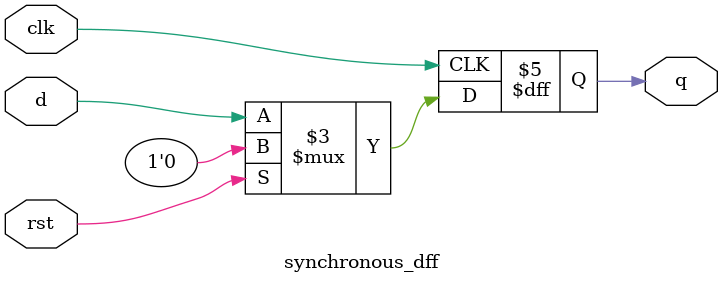
<source format=v>
module synchronous_dff(
    input wire clk,
    input wire rst,
    input wire d,
    output reg q
);
    always @(posedge clk) begin
        if (rst)
            q <= 0;
        else
            q <= d;
    end
endmodule

</source>
